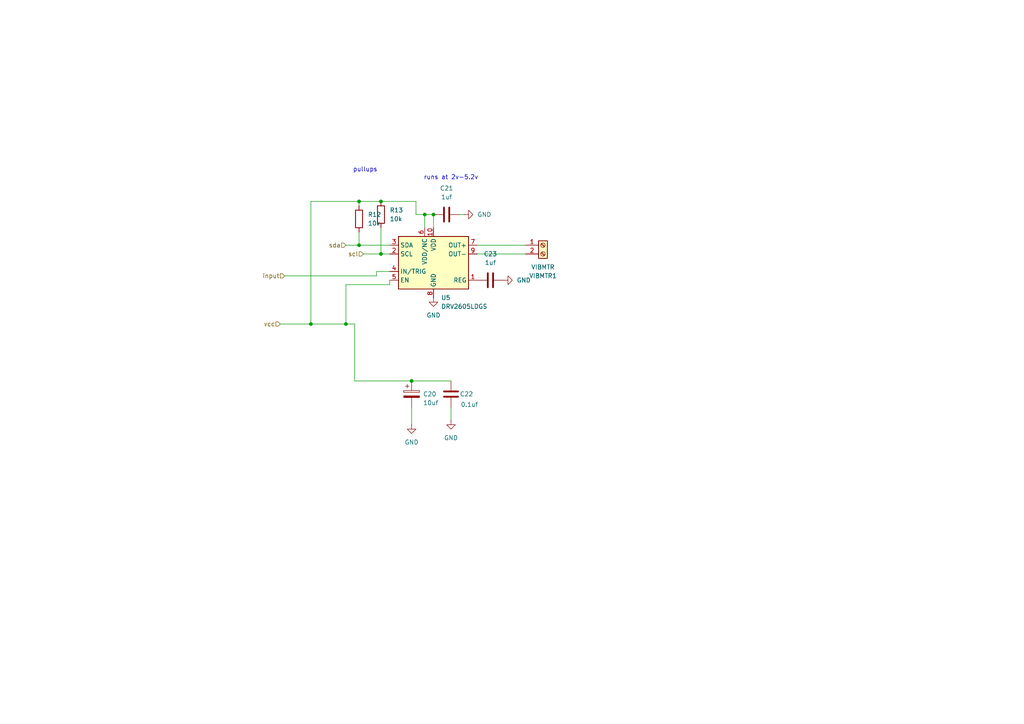
<source format=kicad_sch>
(kicad_sch (version 20231120) (generator "eeschema") (generator_version "8.0")
  (paper "A4")
  (lib_symbols
    (symbol "Connector:Screw_Terminal_01x02" (pin_names (offset 1.016) hide)
      (property "Reference" "J" (at 0 2.54 0))
      (property "Value" "Screw_Terminal_01x02" (at 0 -5.08 0))
      (symbol "Screw_Terminal_01x02_1_1"
        (rectangle (start -1.27 1.27) (end 1.27 -3.81) (stroke (width 0.254)) (fill (type background)))
        (circle (center 0 -2.54) (radius 0.635) (stroke (width 0.1524)))
        (polyline (pts (xy -0.5334 -2.2098) (xy 0.3302 -3.048)) (stroke (width 0.1524)))
        (polyline (pts (xy -0.5334 0.3302) (xy 0.3302 -0.508)) (stroke (width 0.1524)))
        (polyline (pts (xy -0.3556 -2.032) (xy 0.508 -2.8702)) (stroke (width 0.1524)))
        (polyline (pts (xy -0.3556 0.508) (xy 0.508 -0.3302)) (stroke (width 0.1524)))
        (circle (center 0 0) (radius 0.635) (stroke (width 0.1524)))
        (pin passive line (at -5.08 0 0) (length 3.81) (name "Pin_1") (number "1"))
        (pin passive line (at -5.08 -2.54 0) (length 3.81) (name "Pin_2") (number "2"))
      )
    )
    (symbol "Device:C" (pin_numbers hide) (pin_names (offset 0.254))
      (property "Reference" "C" (at 0.635 2.54 0))
      (property "Value" "C" (at 0.635 -2.54 0))
      (symbol "C_0_1"
        (polyline (pts (xy -2.032 -0.762) (xy 2.032 -0.762)) (stroke (width 0.508)))
        (polyline (pts (xy -2.032 0.762) (xy 2.032 0.762)) (stroke (width 0.508)))
      )
      (symbol "C_1_1"
        (pin passive line (at 0 3.81 270) (length 2.794) (name "~") (number "1"))
        (pin passive line (at 0 -3.81 90) (length 2.794) (name "~") (number "2"))
      )
    )
    (symbol "Device:C_Polarized" (pin_numbers hide) (pin_names (offset 0.254))
      (property "Reference" "C" (at 0.635 2.54 0))
      (property "Value" "C_Polarized" (at 0.635 -2.54 0))
      (symbol "C_Polarized_0_1"
        (rectangle (start -2.286 0.508) (end 2.286 1.016))
        (polyline (pts (xy -1.778 2.286) (xy -0.762 2.286)))
        (polyline (pts (xy -1.27 2.794) (xy -1.27 1.778)))
        (rectangle (start 2.286 -0.508) (end -2.286 -1.016) (fill (type outline)))
      )
      (symbol "C_Polarized_1_1"
        (pin passive line (at 0 3.81 270) (length 2.794) (name "~") (number "1"))
        (pin passive line (at 0 -3.81 90) (length 2.794) (name "~") (number "2"))
      )
    )
    (symbol "Device:R" (pin_numbers hide) (pin_names (offset 0))
      (property "Reference" "R" (at 2.032 0 90))
      (property "Value" "R" (at 0 0 90))
      (symbol "R_0_1"
        (rectangle (start -1.016 -2.54) (end 1.016 2.54) (stroke (width 0.254)))
      )
      (symbol "R_1_1"
        (pin passive line (at 0 3.81 270) (length 1.27) (name "~") (number "1"))
        (pin passive line (at 0 -3.81 90) (length 1.27) (name "~") (number "2"))
      )
    )
    (symbol "Driver_Haptic:DRV2605LDGS"
      (property "Reference" "U" (at -10.16 8.255 0))
      (property "Value" "DRV2605LDGS" (at 2.54 -8.89 0))
      (symbol "DRV2605LDGS_0_1"
        (rectangle (start -10.16 7.62) (end 10.16 -7.62) (stroke (width 0.254)) (fill (type background)))
      )
      (symbol "DRV2605LDGS_1_1"
        (pin passive line (at 12.7 -5.08 180) (length 2.54) (name "REG") (number "1"))
        (pin power_in line (at 0 10.16 270) (length 2.54) (name "VDD") (number "10"))
        (pin input line (at -12.7 2.54 0) (length 2.54) (name "SCL") (number "2"))
        (pin bidirectional line (at -12.7 5.08 0) (length 2.54) (name "SDA") (number "3"))
        (pin input line (at -12.7 -2.54 0) (length 2.54) (name "IN/TRIG") (number "4"))
        (pin input line (at -12.7 -5.08 0) (length 2.54) (name "EN") (number "5"))
        (pin power_in line (at -2.54 10.16 270) (length 2.54) (name "VDD/NC") (number "6"))
        (pin output line (at 12.7 5.08 180) (length 2.54) (name "OUT+") (number "7"))
        (pin power_in line (at 0 -10.16 90) (length 2.54) (name "GND") (number "8"))
        (pin output line (at 12.7 2.54 180) (length 2.54) (name "OUT-") (number "9"))
      )
    )
    (symbol "power:GND" (power) (pin_numbers hide) (pin_names (offset 0) hide)
      (property "Value" "GND" (at 0 -3.81 0))
      (symbol "GND_0_1"
        (polyline (pts (xy 0 0) (xy 0 -1.27) (xy 1.27 -1.27) (xy 0 -2.54) (xy -1.27 -1.27) (xy 0 -1.27)))
      )
      (symbol "GND_1_1"
        (pin power_in line (at 0 0 270) (length 0) (name "~") (number "1"))
      )
    )
  )
  (junction (at 104.14 71.12))
  (junction (at 90.17 93.98))
  (junction (at 100.33 93.98))
  (junction (at 119.38 110.49))
  (junction (at 125.73 62.23))
  (junction (at 123.19 62.23))
  (junction (at 110.49 58.42))
  (junction (at 110.49 73.66))
  (junction (at 104.14 58.42))
  (wire (pts (xy 90.17 93.98) (xy 100.33 93.98)))
  (wire (pts (xy 104.14 58.42) (xy 110.49 58.42)))
  (wire (pts (xy 123.19 62.23) (xy 123.19 66.04)))
  (wire (pts (xy 109.22 78.74) (xy 113.03 78.74)))
  (wire (pts (xy 123.19 62.23) (xy 120.65 62.23)))
  (wire (pts (xy 102.87 110.49) (xy 119.38 110.49)))
  (wire (pts (xy 100.33 82.55) (xy 113.03 82.55)))
  (wire (pts (xy 109.22 80.01) (xy 109.22 78.74)))
  (wire (pts (xy 100.33 93.98) (xy 100.33 82.55)))
  (wire (pts (xy 104.14 67.31) (xy 104.14 71.12)))
  (wire (pts (xy 119.38 110.49) (xy 130.81 110.49)))
  (wire (pts (xy 130.81 118.11) (xy 130.81 121.92)))
  (wire (pts (xy 125.73 62.23) (xy 123.19 62.23)))
  (wire (pts (xy 119.38 123.19) (xy 119.38 118.11)))
  (wire (pts (xy 138.43 73.66) (xy 152.4 73.66)))
  (wire (pts (xy 100.33 71.12) (xy 104.14 71.12)))
  (wire (pts (xy 90.17 58.42) (xy 104.14 58.42)))
  (wire (pts (xy 138.43 71.12) (xy 152.4 71.12)))
  (wire (pts (xy 102.87 93.98) (xy 102.87 110.49)))
  (wire (pts (xy 113.03 82.55) (xy 113.03 81.28)))
  (wire (pts (xy 120.65 58.42) (xy 110.49 58.42)))
  (wire (pts (xy 105.41 73.66) (xy 110.49 73.66)))
  (wire (pts (xy 133.35 62.23) (xy 134.62 62.23)))
  (wire (pts (xy 104.14 58.42) (xy 104.14 59.69)))
  (wire (pts (xy 90.17 93.98) (xy 90.17 58.42)))
  (wire (pts (xy 100.33 93.98) (xy 102.87 93.98)))
  (wire (pts (xy 120.65 62.23) (xy 120.65 58.42)))
  (wire (pts (xy 110.49 66.04) (xy 110.49 73.66)))
  (wire (pts (xy 125.73 62.23) (xy 125.73 66.04)))
  (wire (pts (xy 104.14 71.12) (xy 113.03 71.12)))
  (wire (pts (xy 81.28 93.98) (xy 90.17 93.98)))
  (wire (pts (xy 82.55 80.01) (xy 109.22 80.01)))
  (wire (pts (xy 110.49 73.66) (xy 113.03 73.66)))
  (text "pullups" (at 105.918 49.276 0) (effects (font (size 1.27 1.27))))
  (text "runs at 2v-5.2v" (at 130.81 51.562 0) (effects (font (size 1.27 1.27))))
  (hierarchical_label "vcc" (shape input) (at 81.28 93.98 180))
  (hierarchical_label "input" (shape input) (at 82.55 80.01 180))
  (hierarchical_label "scl" (shape input) (at 105.41 73.66 180))
  (hierarchical_label "sda" (shape input) (at 100.33 71.12 180))
  (symbol (lib_id "Device:C") (at 130.81 114.3 0) (unit 1)
    (property "Reference" "C22" (at 133.35 114.3 0) (effects (justify left)))
    (property "Value" "0.1uf" (at 133.604 117.348 0) (effects (justify left)))
    (property "Footprint" "Capacitor_SMD:C_0603_1608Metric_Pad1.08x0.95mm_HandSolder" (effects (hide yes)))
    (property "Description" "Unpolarized capacitor" (effects (hide yes)))
  )
  (symbol (lib_id "power:GND") (at 146.05 81.28 90) (unit 1)
    (property "Reference" "#PWR020" (effects (hide yes)))
    (property "Value" "GND" (at 149.86 81.2799 90) (effects (justify right)))
    (property "Description" "Power symbol creates a global label with name \"GND\" , ground" (effects (hide yes)))
  )
  (symbol (lib_id "Device:C_Polarized") (at 119.38 114.3 0) (unit 1)
    (property "Reference" "C20" (at 122.682 114.3 0) (effects (justify left)))
    (property "Value" "10uf" (at 122.682 116.84 0) (effects (justify left)))
    (property "Footprint" "Capacitor_SMD:CP_Elec_5x5.7" (effects (hide yes)))
    (property "Description" "Polarized capacitor" (effects (hide yes)))
  )
  (symbol (lib_id "Device:C") (at 129.54 62.23 90) (unit 1)
    (property "Reference" "C21" (at 129.54 54.61 90))
    (property "Value" "1uf" (at 129.54 57.15 90))
    (property "Footprint" "Capacitor_SMD:C_0603_1608Metric" (effects (hide yes)))
    (property "Description" "Unpolarized capacitor" (effects (hide yes)))
  )
  (symbol (lib_id "Driver_Haptic:DRV2605LDGS") (at 125.73 76.2 0) (unit 1)
    (property "Reference" "U5" (at 127.9241 86.36 0) (effects (justify left)))
    (property "Value" "DRV2605LDGS" (at 127.9241 88.9 0) (effects (justify left)))
    (property "Footprint" "Package_SO:VSSOP-10_3x3mm_P0.5mm" (effects (hide yes)))
    (property "Datasheet" "http://www.ti.com/lit/ds/symlink/drv2605l.pdf" (effects (hide yes)))
    (property "Description" "Haptic driver for LRAs and ERMs with effect library, 2-5.2V, VSSOP-10" (effects (hide yes)))
  )
  (symbol (lib_id "Device:R") (at 104.14 63.5 180) (unit 1)
    (property "Reference" "R12" (at 106.68 62.2299 0) (effects (justify right)))
    (property "Value" "10k" (at 106.68 64.7699 0) (effects (justify right)))
    (property "Footprint" "Resistor_SMD:R_0603_1608Metric_Pad0.98x0.95mm_HandSolder" (effects (hide yes)))
    (property "Description" "Resistor" (effects (hide yes)))
  )
  (symbol (lib_id "Device:C") (at 142.24 81.28 90) (unit 1)
    (property "Reference" "C23" (at 142.24 73.66 90))
    (property "Value" "1uf" (at 142.24 76.2 90))
    (property "Footprint" "Capacitor_SMD:C_0603_1608Metric" (effects (hide yes)))
    (property "Description" "Unpolarized capacitor" (effects (hide yes)))
  )
  (symbol (lib_id "power:GND") (at 130.81 121.92 0) (unit 1)
    (property "Reference" "#PWR018" (effects (hide yes)))
    (property "Value" "GND" (at 130.81 127 0))
    (property "Description" "Power symbol creates a global label with name \"GND\" , ground" (effects (hide yes)))
  )
  (symbol (lib_id "Device:R") (at 110.49 62.23 180) (unit 1)
    (property "Reference" "R13" (at 113.03 60.9599 0) (effects (justify right)))
    (property "Value" "10k" (at 113.03 63.4999 0) (effects (justify right)))
    (property "Footprint" "Resistor_SMD:R_0603_1608Metric_Pad0.98x0.95mm_HandSolder" (effects (hide yes)))
    (property "Description" "Resistor" (effects (hide yes)))
  )
  (symbol (lib_id "power:GND") (at 119.38 123.19 0) (unit 1)
    (property "Reference" "#PWR016" (effects (hide yes)))
    (property "Value" "GND" (at 119.38 128.27 0))
    (property "Description" "Power symbol creates a global label with name \"GND\" , ground" (effects (hide yes)))
  )
  (symbol (lib_id "power:GND") (at 125.73 86.36 0) (unit 1)
    (property "Reference" "#PWR017" (effects (hide yes)))
    (property "Value" "GND" (at 125.73 91.44 0))
    (property "Description" "Power symbol creates a global label with name \"GND\" , ground" (effects (hide yes)))
  )
  (symbol (lib_id "power:GND") (at 134.62 62.23 90) (unit 1)
    (property "Reference" "#PWR019" (effects (hide yes)))
    (property "Value" "GND" (at 138.43 62.2299 90) (effects (justify right)))
    (property "Description" "Power symbol creates a global label with name \"GND\" , ground" (effects (hide yes)))
  )
  (symbol (lib_id "Connector:Screw_Terminal_01x02") (at 157.48 71.12 0) (unit 1)
    (property "Reference" "VIBMTR1" (at 157.48 80.01 0))
    (property "Value" "VIBMTR" (at 157.48 77.47 0))
    (property "Footprint" "TerminalBlock:TerminalBlock_bornier-2_P5.08mm" (effects (hide yes)))
    (property "Description" "Generic screw terminal, single row, 01x02, script generated (kicad-library-utils/schlib/autogen/connector/)" (effects (hide yes)))
  )
)
</source>
